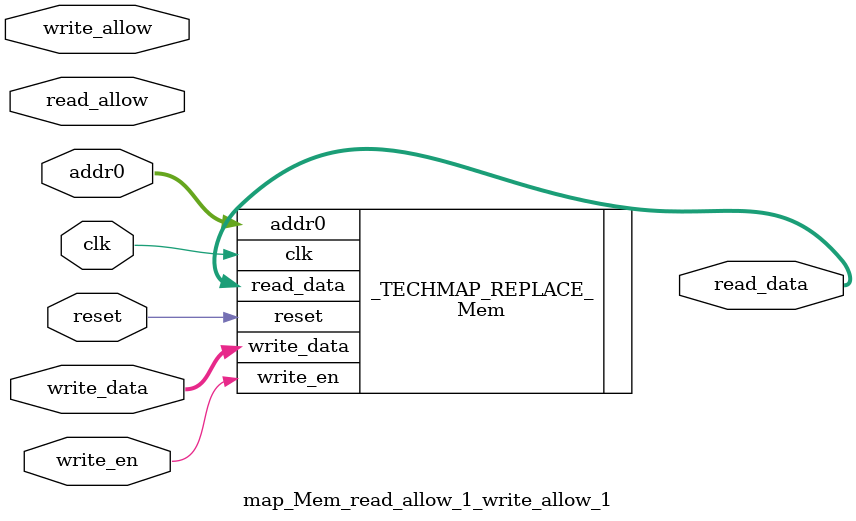
<source format=v>
(* techmap_celltype = "Mem_read_allow_0_write_allow_0" *)
module map_Mem_read_allow_0_write_allow_0 #(
)
(
    input wire[31:0] addr0,
    input wire clk,
    input wire read_allow,
    input wire reset,
    input wire write_allow,
    input wire[31:0] write_data,
    input wire write_en,
    output reg[31:0] read_data
);

generate
    Mem #(
        .read_allow(1'd0),
        .write_allow(1'd0)
    ) _TECHMAP_REPLACE_ (
        .addr0(addr0),
        .clk(clk),
        .read_data(read_data),
        .reset(reset),
        .write_data(write_data),
        .write_en(write_en)
    );

endgenerate

endmodule

(* techmap_celltype = "Mem_read_allow_0_write_allow_1" *)
module map_Mem_read_allow_0_write_allow_1 #(
)
(
    input wire[31:0] addr0,
    input wire clk,
    input wire read_allow,
    input wire reset,
    input wire write_allow,
    input wire[31:0] write_data,
    input wire write_en,
    output reg[31:0] read_data
);

generate
    Mem #(
        .read_allow(1'd0),
        .write_allow(1'd1)
    ) _TECHMAP_REPLACE_ (
        .addr0(addr0),
        .clk(clk),
        .read_data(read_data),
        .reset(reset),
        .write_data(write_data),
        .write_en(write_en)
    );

endgenerate

endmodule

(* techmap_celltype = "Mem_read_allow_1_write_allow_0" *)
module map_Mem_read_allow_1_write_allow_0 #(
)
(
    input wire[31:0] addr0,
    input wire clk,
    input wire read_allow,
    input wire reset,
    input wire write_allow,
    input wire[31:0] write_data,
    input wire write_en,
    output reg[31:0] read_data
);

generate
    Mem #(
        .read_allow(1'd1),
        .write_allow(1'd0)
    ) _TECHMAP_REPLACE_ (
        .addr0(addr0),
        .clk(clk),
        .read_data(read_data),
        .reset(reset),
        .write_data(write_data),
        .write_en(write_en)
    );

endgenerate

endmodule

(* techmap_celltype = "Mem_read_allow_1_write_allow_1" *)
module map_Mem_read_allow_1_write_allow_1 #(
)
(
    input wire[31:0] addr0,
    input wire clk,
    input wire read_allow,
    input wire reset,
    input wire write_allow,
    input wire[31:0] write_data,
    input wire write_en,
    output reg[31:0] read_data
);

generate
    Mem #(
        .read_allow(1'd1),
        .write_allow(1'd1)
    ) _TECHMAP_REPLACE_ (
        .addr0(addr0),
        .clk(clk),
        .read_data(read_data),
        .reset(reset),
        .write_data(write_data),
        .write_en(write_en)
    );

endgenerate

endmodule


</source>
